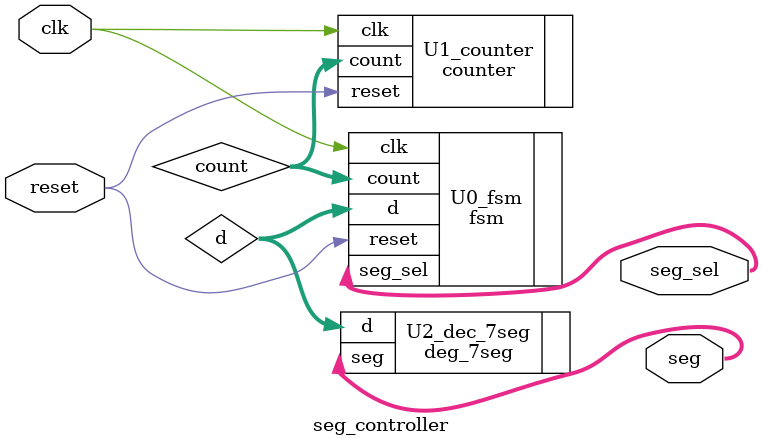
<source format=v>
module seg_controller (
    clk, reset,
    seg, seg_sel
);

input       clk;
input       reset;
output reg  [7:0] seg;
output reg  [5:0] seg_sel;

wire        [9:0] count;
wire        [3:0] d;
counter U1_counter(
    .clk(clk),
    .reset(reset),
    .count(count)
);

//    clk, reset, count,
//    d, seg_sel

fsm U0_fsm(
    .clk(clk),
    .reset(reset),
    .count(count),
    .d(d),
    .seg_sel(seg_sel)
);

//    d,
//    seg
deg_7seg U2_dec_7seg(
    .d(d),
    .seg(seg)
);

endmodule
</source>
